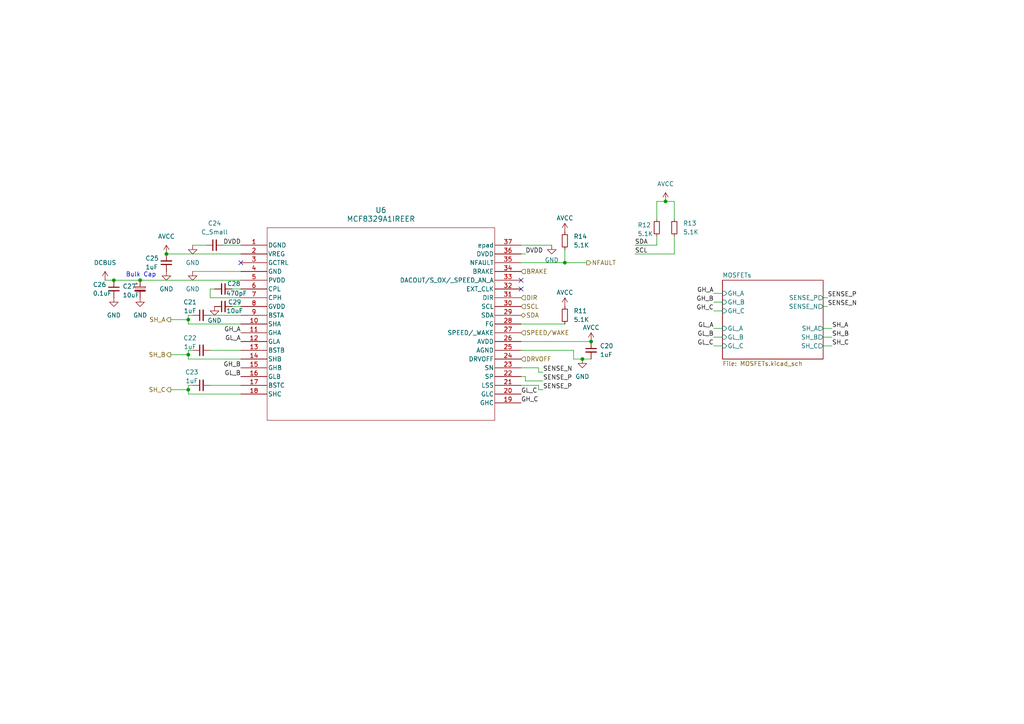
<source format=kicad_sch>
(kicad_sch (version 20231120) (generator "eeschema") (generator_version "8.0")
  (paper "A4")
  (lib_symbols
    (symbol "Device:C_Polarized_Small" (pin_numbers hide) (pin_names (offset 0.254) hide)
      (property "Reference" "C" (at 0.254 1.778 0))
      (property "Value" "C_Polarized_Small" (at 0.254 -2.032 0))
      (symbol "C_Polarized_Small_0_1"
        (rectangle (start -1.524 -0.3048) (end 1.524 -0.6858) (fill (type outline)))
        (rectangle (start -1.524 0.6858) (end 1.524 0.3048))
        (polyline (pts (xy -1.27 1.524) (xy -0.762 1.524)))
        (polyline (pts (xy -1.016 1.27) (xy -1.016 1.778)))
      )
      (symbol "C_Polarized_Small_1_1"
        (pin passive line (at 0 2.54 270) (length 1.8542) (name "~") (number "1"))
        (pin passive line (at 0 -2.54 90) (length 1.8542) (name "~") (number "2"))
      )
    )
    (symbol "Device:C_Small" (pin_numbers hide) (pin_names (offset 0.254) hide)
      (property "Reference" "C" (at 0.254 1.778 0))
      (property "Value" "C_Small" (at 0.254 -2.032 0))
      (symbol "C_Small_0_1"
        (polyline (pts (xy -1.524 -0.508) (xy 1.524 -0.508)) (stroke (width 0.3302)))
        (polyline (pts (xy -1.524 0.508) (xy 1.524 0.508)) (stroke (width 0.3048)))
      )
      (symbol "C_Small_1_1"
        (pin passive line (at 0 2.54 270) (length 2.032) (name "~") (number "1"))
        (pin passive line (at 0 -2.54 90) (length 2.032) (name "~") (number "2"))
      )
    )
    (symbol "Device:R_Small" (pin_numbers hide) (pin_names (offset 0.254) hide)
      (property "Reference" "R" (at 0.762 0.508 0))
      (property "Value" "R_Small" (at 0.762 -1.016 0))
      (symbol "R_Small_0_1"
        (rectangle (start -0.762 1.778) (end 0.762 -1.778) (stroke (width 0.2032)))
      )
      (symbol "R_Small_1_1"
        (pin passive line (at 0 2.54 270) (length 0.762) (name "~") (number "1"))
        (pin passive line (at 0 -2.54 90) (length 0.762) (name "~") (number "2"))
      )
    )
    (symbol "MCF8329A:MCF8329A1IREER" (pin_names (offset 0.254))
      (property "Reference" "U6" (at 40.64 10.16 0))
      (property "Value" "MCF8329A1IREER" (at 40.64 7.62 0))
      (symbol "MCF8329A1IREER_0_1"
        (polyline (pts (xy 7.62 -50.8) (xy 73.66 -50.8)) (stroke (width 0.127)))
        (polyline (pts (xy 7.62 5.08) (xy 7.62 -50.8)) (stroke (width 0.127)))
        (polyline (pts (xy 73.66 -50.8) (xy 73.66 5.08)) (stroke (width 0.127)))
        (polyline (pts (xy 73.66 5.08) (xy 7.62 5.08)) (stroke (width 0.127)))
        (pin power_out line (at 0 0 0) (length 7.62) (name "DGND") (number "1"))
        (pin bidirectional line (at 0 -22.86 0) (length 7.62) (name "SHA") (number "10"))
        (pin output line (at 0 -25.4 0) (length 7.62) (name "GHA") (number "11"))
        (pin output line (at 0 -27.94 0) (length 7.62) (name "GLA") (number "12"))
        (pin output line (at 0 -30.48 0) (length 7.62) (name "BSTB") (number "13"))
        (pin bidirectional line (at 0 -33.02 0) (length 7.62) (name "SHB") (number "14"))
        (pin output line (at 0 -35.56 0) (length 7.62) (name "GHB") (number "15"))
        (pin output line (at 0 -38.1 0) (length 7.62) (name "GLB") (number "16"))
        (pin output line (at 0 -40.64 0) (length 7.62) (name "BSTC") (number "17"))
        (pin bidirectional line (at 0 -43.18 0) (length 7.62) (name "SHC") (number "18"))
        (pin output line (at 81.28 -45.72 180) (length 7.62) (name "GHC") (number "19"))
        (pin power_in line (at 0 -2.54 0) (length 7.62) (name "VREG") (number "2"))
        (pin output line (at 81.28 -43.18 180) (length 7.62) (name "GLC") (number "20"))
        (pin power_in line (at 81.28 -40.64 180) (length 7.62) (name "LSS") (number "21"))
        (pin input line (at 81.28 -38.1 180) (length 7.62) (name "SP") (number "22"))
        (pin input line (at 81.28 -35.56 180) (length 7.62) (name "SN") (number "23"))
        (pin input line (at 81.28 -33.02 180) (length 7.62) (name "DRVOFF") (number "24"))
        (pin power_in line (at 81.28 -27.94 180) (length 7.62) (name "AVDD") (number "26"))
        (pin input line (at 81.28 -25.4 180) (length 7.62) (name "SPEED/_WAKE") (number "27"))
        (pin output line (at 81.28 -22.86 180) (length 7.62) (name "FG") (number "28"))
        (pin bidirectional line (at 81.28 -20.32 180) (length 7.62) (name "SDA") (number "29"))
        (pin output line (at 0 -5.08 0) (length 7.62) (name "GCTRL") (number "3"))
        (pin input line (at 81.28 -17.78 180) (length 7.62) (name "SCL") (number "30"))
        (pin input line (at 81.28 -15.24 180) (length 7.62) (name "DIR") (number "31"))
        (pin input line (at 81.28 -12.7 180) (length 7.62) (name "EXT_CLK") (number "32"))
        (pin bidirectional line (at 81.28 -10.16 180) (length 7.62) (name "DACOUT/S_OX/_SPEED_AN_A") (number "33"))
        (pin input line (at 81.28 -7.62 180) (length 7.62) (name "BRAKE") (number "34"))
        (pin output line (at 81.28 -5.08 180) (length 7.62) (name "NFAULT") (number "35"))
        (pin power_in line (at 81.28 -2.54 180) (length 7.62) (name "DVDD") (number "36"))
        (pin power_out line (at 0 -7.62 0) (length 7.62) (name "GND") (number "4"))
        (pin power_in line (at 0 -10.16 0) (length 7.62) (name "PVDD") (number "5"))
        (pin output line (at 0 -20.32 0) (length 7.62) (name "BSTA") (number "9"))
      )
      (symbol "MCF8329A1IREER_1_1"
        (pin passive line (at 81.28 -30.48 180) (length 7.62) (name "AGND") (number "25"))
        (pin passive line (at 81.28 0 180) (length 7.62) (name "epad") (number "37"))
        (pin passive line (at 0 -12.7 0) (length 7.62) (name "CPL") (number "6"))
        (pin passive line (at 0 -15.24 0) (length 7.62) (name "CPH") (number "7"))
        (pin passive line (at 0 -17.78 0) (length 7.62) (name "GVDD") (number "8"))
      )
    )
    (symbol "power:GND" (power) (pin_numbers hide) (pin_names (offset 0) hide)
      (property "Value" "GND" (at 0 -3.81 0))
      (symbol "GND_0_1"
        (polyline (pts (xy 0 0) (xy 0 -1.27) (xy 1.27 -1.27) (xy 0 -2.54) (xy -1.27 -1.27) (xy 0 -1.27)))
      )
      (symbol "GND_1_1"
        (pin power_in line (at 0 0 270) (length 0) (name "~") (number "1"))
      )
    )
    (symbol "power:VCC" (power) (pin_numbers hide) (pin_names (offset 0) hide)
      (property "Value" "VCC" (at 0 3.556 0))
      (symbol "VCC_0_1"
        (polyline (pts (xy -0.762 1.27) (xy 0 2.54)))
        (polyline (pts (xy 0 0) (xy 0 2.54)))
        (polyline (pts (xy 0 2.54) (xy 0.762 1.27)))
      )
      (symbol "VCC_1_1"
        (pin power_in line (at 0 0 90) (length 0) (name "~") (number "1"))
      )
    )
  )
  (junction (at 54.61 92.71))
  (junction (at 168.91 104.14))
  (junction (at 54.61 102.87))
  (junction (at 33.02 81.28))
  (junction (at 171.45 99.06))
  (junction (at 163.83 76.2))
  (junction (at 48.26 73.66))
  (junction (at 40.64 81.28))
  (junction (at 54.61 113.03))
  (junction (at 193.04 58.42))
  (no_connect (at 151.13 81.28))
  (no_connect (at 69.85 76.2))
  (no_connect (at 151.13 83.82))
  (wire (pts (xy 193.04 58.42) (xy 190.5 58.42)))
  (wire (pts (xy 156.21 113.03) (xy 157.48 113.03)))
  (wire (pts (xy 184.15 73.66) (xy 195.58 73.66)))
  (wire (pts (xy 55.88 91.44) (xy 54.61 91.44)))
  (wire (pts (xy 54.61 92.71) (xy 54.61 93.98)))
  (wire (pts (xy 207.01 90.17) (xy 209.55 90.17)))
  (wire (pts (xy 207.01 87.63) (xy 209.55 87.63)))
  (wire (pts (xy 207.01 95.25) (xy 209.55 95.25)))
  (wire (pts (xy 54.61 104.14) (xy 69.85 104.14)))
  (wire (pts (xy 241.3 97.79) (xy 238.76 97.79)))
  (wire (pts (xy 240.03 86.36) (xy 238.76 86.36)))
  (wire (pts (xy 207.01 97.79) (xy 209.55 97.79)))
  (wire (pts (xy 156.21 111.76) (xy 151.13 111.76)))
  (wire (pts (xy 49.53 102.87) (xy 54.61 102.87)))
  (wire (pts (xy 60.96 91.44) (xy 69.85 91.44)))
  (wire (pts (xy 152.4 73.66) (xy 151.13 73.66)))
  (wire (pts (xy 241.3 100.33) (xy 238.76 100.33)))
  (wire (pts (xy 156.21 113.03) (xy 156.21 111.76)))
  (wire (pts (xy 55.88 101.6) (xy 54.61 101.6)))
  (wire (pts (xy 207.01 100.33) (xy 209.55 100.33)))
  (wire (pts (xy 157.48 110.49) (xy 152.4 110.49)))
  (wire (pts (xy 151.13 93.98) (xy 163.83 93.98)))
  (wire (pts (xy 166.37 101.6) (xy 166.37 104.14)))
  (wire (pts (xy 184.15 71.12) (xy 190.5 71.12)))
  (wire (pts (xy 152.4 110.49) (xy 152.4 109.22)))
  (wire (pts (xy 207.01 85.09) (xy 209.55 85.09)))
  (wire (pts (xy 54.61 101.6) (xy 54.61 102.87)))
  (wire (pts (xy 54.61 113.03) (xy 54.61 114.3)))
  (wire (pts (xy 195.58 68.58) (xy 195.58 73.66)))
  (wire (pts (xy 54.61 102.87) (xy 54.61 104.14)))
  (wire (pts (xy 163.83 72.39) (xy 163.83 76.2)))
  (wire (pts (xy 30.48 81.28) (xy 33.02 81.28)))
  (wire (pts (xy 54.61 114.3) (xy 69.85 114.3)))
  (wire (pts (xy 60.96 83.82) (xy 60.96 86.36)))
  (wire (pts (xy 195.58 58.42) (xy 195.58 63.5)))
  (wire (pts (xy 151.13 71.12) (xy 160.02 71.12)))
  (wire (pts (xy 168.91 104.14) (xy 171.45 104.14)))
  (wire (pts (xy 241.3 95.25) (xy 238.76 95.25)))
  (wire (pts (xy 54.61 93.98) (xy 69.85 93.98)))
  (wire (pts (xy 49.53 92.71) (xy 54.61 92.71)))
  (wire (pts (xy 151.13 99.06) (xy 171.45 99.06)))
  (wire (pts (xy 48.26 73.66) (xy 69.85 73.66)))
  (wire (pts (xy 156.21 106.68) (xy 151.13 106.68)))
  (wire (pts (xy 170.18 76.2) (xy 163.83 76.2)))
  (wire (pts (xy 190.5 58.42) (xy 190.5 63.5)))
  (wire (pts (xy 49.53 113.03) (xy 54.61 113.03)))
  (wire (pts (xy 60.96 83.82) (xy 62.23 83.82)))
  (wire (pts (xy 151.13 101.6) (xy 166.37 101.6)))
  (wire (pts (xy 193.04 58.42) (xy 195.58 58.42)))
  (wire (pts (xy 60.96 111.76) (xy 69.85 111.76)))
  (wire (pts (xy 54.61 111.76) (xy 54.61 113.03)))
  (wire (pts (xy 67.31 88.9) (xy 69.85 88.9)))
  (wire (pts (xy 54.61 91.44) (xy 54.61 92.71)))
  (wire (pts (xy 64.77 71.12) (xy 69.85 71.12)))
  (wire (pts (xy 166.37 104.14) (xy 168.91 104.14)))
  (wire (pts (xy 163.83 76.2) (xy 151.13 76.2)))
  (wire (pts (xy 67.31 83.82) (xy 69.85 83.82)))
  (wire (pts (xy 40.64 81.28) (xy 69.85 81.28)))
  (wire (pts (xy 60.96 86.36) (xy 69.85 86.36)))
  (wire (pts (xy 190.5 68.58) (xy 190.5 71.12)))
  (wire (pts (xy 33.02 81.28) (xy 40.64 81.28)))
  (wire (pts (xy 55.88 78.74) (xy 69.85 78.74)))
  (wire (pts (xy 60.96 101.6) (xy 69.85 101.6)))
  (wire (pts (xy 152.4 109.22) (xy 151.13 109.22)))
  (wire (pts (xy 55.88 111.76) (xy 54.61 111.76)))
  (wire (pts (xy 157.48 107.95) (xy 156.21 107.95)))
  (wire (pts (xy 240.03 88.9) (xy 238.76 88.9)))
  (wire (pts (xy 55.88 71.12) (xy 59.69 71.12)))
  (wire (pts (xy 156.21 107.95) (xy 156.21 106.68)))
  (text "Bulk Cap" (at 40.894 79.756 0) (effects (font (size 1.27 1.27))))
  (label "GH_A" (at 207.01 85.09 180))
  (label "SENSE_P" (at 240.03 86.36 0))
  (label "GL_B" (at 69.85 109.22 180))
  (label "GH_B" (at 69.85 106.68 180))
  (label "SENSE_P" (at 157.48 113.03 0))
  (label "GH_B" (at 207.01 87.63 180))
  (label "GL_C" (at 207.01 100.33 180))
  (label "SDA" (at 184.15 71.12 0))
  (label "SH_B" (at 241.3 97.79 0))
  (label "GL_C" (at 151.13 114.3 0))
  (label "GH_A" (at 69.85 96.52 180))
  (label "SCL" (at 184.15 73.66 0))
  (label "GH_C" (at 151.13 116.84 0))
  (label "GL_B" (at 207.01 97.79 180))
  (label "SENSE_N" (at 240.03 88.9 0))
  (label "GL_A" (at 69.85 99.06 180))
  (label "SENSE_P" (at 157.48 110.49 0))
  (label "SH_C" (at 241.3 100.33 0))
  (label "DVDD" (at 152.4 73.66 0))
  (label "SENSE_N" (at 157.48 107.95 0))
  (label "DVDD" (at 64.77 71.12 0))
  (label "GH_C" (at 207.01 90.17 180))
  (label "GL_A" (at 207.01 95.25 180))
  (label "SH_A" (at 241.3 95.25 0))
  (hierarchical_label "SH_C" (shape output) (at 49.53 113.03 180))
  (hierarchical_label "DIR" (shape input) (at 151.13 86.36 0))
  (hierarchical_label "SH_B" (shape output) (at 49.53 102.87 180))
  (hierarchical_label "BRAKE" (shape input) (at 151.13 78.74 0))
  (hierarchical_label "SDA" (shape bidirectional) (at 151.13 91.44 0))
  (hierarchical_label "DRVOFF" (shape input) (at 151.13 104.14 0))
  (hierarchical_label "SH_A" (shape output) (at 49.53 92.71 180))
  (hierarchical_label "SCL" (shape input) (at 151.13 88.9 0))
  (hierarchical_label "NFAULT" (shape output) (at 170.18 76.2 0))
  (hierarchical_label "SPEED{slash}WAKE" (shape input) (at 151.13 96.52 0))
  (symbol (lib_id "Device:C_Small") (at 33.02 83.82 0) (unit 1)
    (property "Reference" "C26" (at 26.924 82.55 0) (effects (justify left)))
    (property "Value" "0.1uF" (at 26.924 85.09 0) (effects (justify left)))
    (property "Description" "Unpolarized capacitor, small symbol" (effects (hide yes)))
  )
  (symbol (lib_id "Device:C_Small") (at 64.77 88.9 90) (unit 1)
    (property "Reference" "C29" (at 68.072 87.63 90))
    (property "Value" "10uF" (at 68.072 90.17 90))
    (property "Description" "Unpolarized capacitor, small symbol" (effects (hide yes)))
  )
  (symbol (lib_id "Device:C_Small") (at 171.45 101.6 0) (unit 1)
    (property "Reference" "C20" (at 173.99 100.3362 0) (effects (justify left)))
    (property "Value" "1uF" (at 173.99 102.8762 0) (effects (justify left)))
    (property "Description" "Unpolarized capacitor, small symbol" (effects (hide yes)))
  )
  (symbol (lib_id "power:VCC") (at 163.83 88.9 0) (unit 1)
    (property "Reference" "#PWR033" (effects (hide yes)))
    (property "Value" "AVCC" (at 163.83 84.836 0))
    (property "Description" "Power symbol creates a global label with name \"VCC\"" (effects (hide yes)))
  )
  (symbol (lib_id "power:VCC") (at 171.45 99.06 0) (unit 1)
    (property "Reference" "#PWR025" (effects (hide yes)))
    (property "Value" "AVCC" (at 171.45 94.996 0))
    (property "Description" "Power symbol creates a global label with name \"VCC\"" (effects (hide yes)))
  )
  (symbol (lib_id "power:GND") (at 55.88 71.12 0) (unit 1)
    (property "Reference" "#PWR023" (effects (hide yes)))
    (property "Value" "GND" (at 55.88 76.2 0))
    (property "Description" "Power symbol creates a global label with name \"GND\" , ground" (effects (hide yes)))
  )
  (symbol (lib_id "Device:R_Small") (at 163.83 69.85 0) (unit 1)
    (property "Reference" "R14" (at 166.37 68.5799 0) (effects (justify left)))
    (property "Value" "5.1K" (at 166.37 71.1199 0) (effects (justify left)))
    (property "Description" "Resistor, small symbol" (effects (hide yes)))
  )
  (symbol (lib_id "power:VCC") (at 48.26 73.66 0) (unit 1)
    (property "Reference" "#PWR026" (effects (hide yes)))
    (property "Value" "AVCC" (at 48.26 68.58 0))
    (property "Description" "Power symbol creates a global label with name \"VCC\"" (effects (hide yes)))
  )
  (symbol (lib_id "power:GND") (at 55.88 78.74 0) (unit 1)
    (property "Reference" "#PWR024" (effects (hide yes)))
    (property "Value" "GND" (at 55.88 83.82 0))
    (property "Description" "Power symbol creates a global label with name \"GND\" , ground" (effects (hide yes)))
  )
  (symbol (lib_id "Device:C_Small") (at 48.26 76.2 180) (unit 1)
    (property "Reference" "C25" (at 42.164 74.93 0) (effects (justify right)))
    (property "Value" "1uF" (at 42.164 77.47 0) (effects (justify right)))
    (property "Description" "Unpolarized capacitor, small symbol" (effects (hide yes)))
  )
  (symbol (lib_id "power:VCC") (at 30.48 81.28 0) (unit 1)
    (property "Reference" "#PWR028" (effects (hide yes)))
    (property "Value" "DCBUS" (at 30.48 76.2 0))
    (property "Description" "Power symbol creates a global label with name \"VCC\"" (effects (hide yes)))
  )
  (symbol (lib_id "power:GND") (at 48.26 78.74 0) (unit 1)
    (property "Reference" "#PWR027" (effects (hide yes)))
    (property "Value" "GND" (at 48.26 83.82 0))
    (property "Description" "Power symbol creates a global label with name \"GND\" , ground" (effects (hide yes)))
  )
  (symbol (lib_id "Device:C_Polarized_Small") (at 40.64 83.82 0) (unit 1)
    (property "Reference" "C27" (at 35.56 83.058 0) (effects (justify left)))
    (property "Value" "10uF" (at 35.56 85.598 0) (effects (justify left)))
    (property "Description" "Polarized capacitor, small symbol" (effects (hide yes)))
  )
  (symbol (lib_id "power:GND") (at 160.02 71.12 0) (unit 1)
    (property "Reference" "#PWR0111" (effects (hide yes)))
    (property "Value" "GND" (at 160.02 75.438 0))
    (property "Description" "Power symbol creates a global label with name \"GND\" , ground" (effects (hide yes)))
  )
  (symbol (lib_id "power:VCC") (at 163.83 67.31 0) (unit 1)
    (property "Reference" "#PWR034" (effects (hide yes)))
    (property "Value" "AVCC" (at 163.83 63.246 0))
    (property "Description" "Power symbol creates a global label with name \"VCC\"" (effects (hide yes)))
  )
  (symbol (lib_id "Device:C_Small") (at 58.42 91.44 90) (unit 1)
    (property "Reference" "C21" (at 55.118 87.63 90))
    (property "Value" "1uF" (at 55.118 90.17 90))
    (property "Description" "Unpolarized capacitor, small symbol" (effects (hide yes)))
  )
  (symbol (lib_id "power:VCC") (at 193.04 58.42 0) (unit 1)
    (property "Reference" "#PWR032" (effects (hide yes)))
    (property "Value" "AVCC" (at 193.04 53.34 0))
    (property "Description" "Power symbol creates a global label with name \"VCC\"" (effects (hide yes)))
  )
  (symbol (lib_id "Device:C_Small") (at 62.23 71.12 90) (unit 1)
    (property "Reference" "C24" (at 62.2363 64.77 90))
    (property "Value" "C_Small" (at 62.2363 67.31 90))
    (property "Description" "Unpolarized capacitor, small symbol" (effects (hide yes)))
  )
  (symbol (lib_id "Device:R_Small") (at 190.5 66.04 0) (unit 1)
    (property "Reference" "R12" (at 184.912 65.278 0) (effects (justify left)))
    (property "Value" "5.1K" (at 184.912 67.818 0) (effects (justify left)))
    (property "Description" "Resistor, small symbol" (effects (hide yes)))
  )
  (symbol (lib_id "power:GND") (at 62.23 88.9 0) (unit 1)
    (property "Reference" "#PWR031" (effects (hide yes)))
    (property "Value" "GND" (at 62.23 92.964 0))
    (property "Description" "Power symbol creates a global label with name \"GND\" , ground" (effects (hide yes)))
  )
  (symbol (lib_id "Device:C_Small") (at 64.77 83.82 270) (unit 1)
    (property "Reference" "C28" (at 67.818 82.296 90))
    (property "Value" "470pF" (at 68.58 85.09 90))
    (property "Description" "Unpolarized capacitor, small symbol" (effects (hide yes)))
  )
  (symbol (lib_id "Device:R_Small") (at 195.58 66.04 0) (unit 1)
    (property "Reference" "R13" (at 198.12 64.7699 0) (effects (justify left)))
    (property "Value" "5.1K" (at 198.12 67.3099 0) (effects (justify left)))
    (property "Description" "Resistor, small symbol" (effects (hide yes)))
  )
  (symbol (lib_id "power:GND") (at 40.64 86.36 0) (unit 1)
    (property "Reference" "#PWR030" (effects (hide yes)))
    (property "Value" "GND" (at 40.64 91.44 0))
    (property "Description" "Power symbol creates a global label with name \"GND\" , ground" (effects (hide yes)))
  )
  (symbol (lib_id "power:GND") (at 168.91 104.14 0) (unit 1)
    (property "Reference" "#PWR013" (effects (hide yes)))
    (property "Value" "GND" (at 168.91 109.22 0))
    (property "Description" "Power symbol creates a global label with name \"GND\" , ground" (effects (hide yes)))
  )
  (symbol (lib_id "power:GND") (at 33.02 86.36 0) (unit 1)
    (property "Reference" "#PWR029" (effects (hide yes)))
    (property "Value" "GND" (at 33.02 91.44 0))
    (property "Description" "Power symbol creates a global label with name \"GND\" , ground" (effects (hide yes)))
  )
  (symbol (lib_id "Device:C_Small") (at 58.42 111.76 90) (unit 1)
    (property "Reference" "C23" (at 55.626 107.95 90))
    (property "Value" "1uF" (at 55.626 110.49 90))
    (property "Description" "Unpolarized capacitor, small symbol" (effects (hide yes)))
  )
  (symbol (lib_id "Device:R_Small") (at 163.83 91.44 0) (unit 1)
    (property "Reference" "R11" (at 166.37 90.1699 0) (effects (justify left)))
    (property "Value" "5.1K" (at 166.37 92.7099 0) (effects (justify left)))
    (property "Description" "Resistor, small symbol" (effects (hide yes)))
  )
  (symbol (lib_id "Device:C_Small") (at 58.42 101.6 90) (unit 1)
    (property "Reference" "C22" (at 55.118 98.044 90))
    (property "Value" "1uF" (at 55.118 100.584 90))
    (property "Description" "Unpolarized capacitor, small symbol" (effects (hide yes)))
  )
  (symbol (lib_id "MCF8329A:MCF8329A1IREER") (at 69.85 71.12 0) (unit 1)
    (property "Reference" "U6" (at 110.49 60.96 0) (effects (font (size 1.524 1.524))))
    (property "Value" "MCF8329A1IREER" (at 110.49 63.5 0) (effects (font (size 1.524 1.524))))
    (property "Footprint" "WQFN36_REE_TEX" (effects (hide yes)))
    (property "Datasheet" "MCF8329A1IREER" (effects (hide yes)))
    (property "LCSC Part Number" "C22399784" (effects (hide yes)))
  )
  (sheet (at 209.55 81.28) (size 29.21 22.86) (stroke (width 0.1524))
    (property "Sheetname" "MOSFETs" (at 209.55 80.5684 0) (effects (justify left bottom)))
    (property "Sheetfile" "MOSFETs.kicad_sch" (at 209.55 104.7246 0) (effects (justify left top)))
    (pin "GL_C" input (at 209.55 100.33 180))
    (pin "GL_B" input (at 209.55 97.79 180))
    (pin "GH_B" input (at 209.55 87.63 180))
    (pin "GH_A" input (at 209.55 85.09 180))
    (pin "SH_A" output (at 238.76 95.25 0))
    (pin "SH_B" output (at 238.76 97.79 0))
    (pin "SH_C" output (at 238.76 100.33 0))
    (pin "GH_C" input (at 209.55 90.17 180))
    (pin "GL_A" input (at 209.55 95.25 180))
    (pin "SENSE_P" output (at 238.76 86.36 0))
    (pin "SENSE_N" output (at 238.76 88.9 0))
  )
)
</source>
